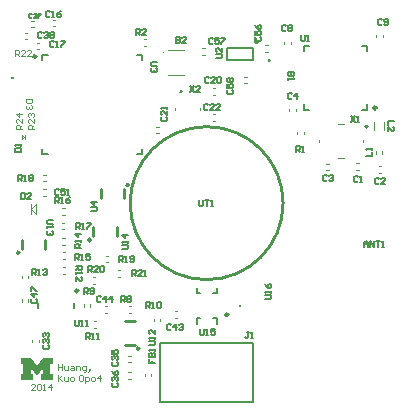
<source format=gto>
%FSLAX24Y24*%
%MOIN*%
G70*
G01*
G75*
G04 Layer_Color=65535*
%ADD10C,0.0177*%
%ADD11C,0.0100*%
%ADD12C,0.0100*%
%ADD13R,0.0551X0.0453*%
%ADD14O,0.0177X0.0532*%
%ADD15R,0.0343X0.0343*%
%ADD16R,0.0157X0.0335*%
%ADD17O,0.0315X0.0079*%
%ADD18O,0.0079X0.0315*%
%ADD19R,0.2598X0.2598*%
%ADD20O,0.0295X0.0079*%
%ADD21R,0.1417X0.1417*%
%ADD22O,0.0079X0.0295*%
%ADD23O,0.0098X0.0276*%
%ADD24O,0.0276X0.0098*%
%ADD25R,0.0118X0.0193*%
%ADD26R,0.0118X0.0205*%
%ADD27R,0.0138X0.0217*%
%ADD28R,0.0157X0.0532*%
%ADD29R,0.0748X0.0630*%
%ADD30R,0.0630X0.0551*%
%ADD31R,0.0335X0.0374*%
%ADD32R,0.0335X0.0118*%
%ADD33R,0.0217X0.0098*%
%ADD34R,0.0197X0.0354*%
%ADD35R,0.0177X0.0177*%
%ADD36R,0.0157X0.0236*%
%ADD37R,0.0138X0.0157*%
%ADD38R,0.0335X0.0157*%
%ADD39R,0.0236X0.0157*%
%ADD40R,0.0354X0.0197*%
%ADD41C,0.0080*%
%ADD42C,0.0200*%
%ADD43C,0.1260*%
%ADD44C,0.0630*%
%ADD45C,0.0260*%
%ADD46C,0.0300*%
%ADD47C,0.0340*%
%ADD48C,0.0500*%
%ADD49C,0.0240*%
%ADD50C,0.0290*%
%ADD51R,0.2362X0.1890*%
%ADD52O,0.0315X0.0157*%
%ADD53R,0.0394X0.0217*%
%ADD54R,0.0512X0.0217*%
%ADD55R,0.0591X0.0236*%
%ADD56R,0.0354X0.0276*%
%ADD57R,0.0197X0.0315*%
%ADD58O,0.0098X0.0315*%
%ADD59O,0.0315X0.0098*%
%ADD60R,0.1299X0.1299*%
%ADD61R,0.0098X0.0138*%
%ADD62R,0.0187X0.0098*%
%ADD63C,0.0150*%
%ADD64C,0.0098*%
%ADD65C,0.0039*%
%ADD66C,0.0079*%
%ADD67C,0.0050*%
%ADD68C,0.0040*%
G36*
X-5129Y-5363D02*
X-5211D01*
Y-5687D01*
X-5129D01*
Y-5902D01*
X-5532D01*
Y-5687D01*
X-5450D01*
Y-5493D01*
X-5653Y-5773D01*
X-5667D01*
X-5867Y-5493D01*
Y-5687D01*
X-5785D01*
Y-5902D01*
X-6188D01*
Y-5687D01*
X-6109D01*
Y-5363D01*
X-6188D01*
Y-5148D01*
X-5868D01*
X-5663Y-5431D01*
X-5653D01*
X-5448Y-5148D01*
X-5129D01*
Y-5363D01*
D02*
G37*
D11*
X5358Y2552D02*
G03*
X5358Y2552I-31J0D01*
G01*
X-2589Y606D02*
G03*
X-2589Y606I-39J0D01*
G01*
X1120Y-3430D02*
G03*
X1120Y-3430I-10J0D01*
G01*
X-845Y3730D02*
G03*
X-845Y3730I-22J0D01*
G01*
X2088Y4754D02*
G03*
X2088Y4754I-14J0D01*
G01*
X-6472Y4167D02*
G03*
X-6472Y4167I-22J0D01*
G01*
X-3866Y-1226D02*
G03*
X-3866Y-1226I-39J0D01*
G01*
X-6242Y-1652D02*
G03*
X-6242Y-1652I-39J0D01*
G01*
X-2245Y-4837D02*
G03*
X-2245Y-4837I-39J0D01*
G01*
X2550Y0D02*
G03*
X2550Y0I-2550J0D01*
G01*
X-2746Y173D02*
Y487D01*
X-3534Y173D02*
Y487D01*
X-3787Y-1107D02*
Y-793D01*
X-2999Y-1107D02*
Y-793D01*
X-6164Y-1533D02*
Y-1218D01*
X-5376Y-1533D02*
Y-1218D01*
X-2717Y-4719D02*
X-2403D01*
X-2717Y-3932D02*
X-2403D01*
D64*
X-4282Y-2918D02*
G03*
X-4282Y-2918I-49J0D01*
G01*
X-5680Y4894D02*
G03*
X-5680Y4894I-49J0D01*
G01*
X5661Y3176D02*
G03*
X5661Y3176I-49J0D01*
G01*
X719Y-3715D02*
G03*
X719Y-3715I-49J0D01*
G01*
X1711Y5393D02*
G03*
X1711Y5393I-49J0D01*
G01*
D65*
X-1418Y5030D02*
G03*
X-1418Y5030I-20J0D01*
G01*
X3742Y2050D02*
Y2110D01*
X4382Y1509D02*
X4578D01*
X4382Y2651D02*
X4578D01*
X5218Y2050D02*
Y2110D01*
X-237Y3091D02*
Y3169D01*
X-1063Y3091D02*
Y3169D01*
X-1276Y4277D02*
X-764D01*
X-1276Y5103D02*
X-764D01*
X-5849Y-357D02*
Y-13D01*
Y-180D02*
X-5681Y-13D01*
Y-357D02*
Y-13D01*
X-5849Y-190D02*
X-5681Y-357D01*
X-6051Y2131D02*
Y2269D01*
X-6149D02*
X-6080Y2200D01*
X-6149Y2131D02*
X-6080Y2200D01*
X-6149Y2131D02*
Y2269D01*
X1961Y5258D02*
X2039D01*
X1961Y5042D02*
X2039D01*
X-2969Y-2242D02*
X-2891D01*
X-2969Y-2458D02*
X-2891D01*
X-3789Y-2462D02*
X-3711D01*
X-3789Y-2678D02*
X-3711D01*
X-3354Y-1968D02*
X-3275D01*
X-3354Y-1752D02*
X-3275D01*
X-5439Y948D02*
X-5361D01*
X-5439Y732D02*
X-5361D01*
X-4819Y-652D02*
X-4741D01*
X-4819Y-868D02*
X-4741D01*
X-4809Y-162D02*
X-4731D01*
X-4809Y-378D02*
X-4731D01*
X-4799Y-1858D02*
X-4721D01*
X-4799Y-1642D02*
X-4721D01*
X-4809Y-1388D02*
X-4731D01*
X-4809Y-1171D02*
X-4731D01*
X-5952Y-2509D02*
Y-2431D01*
X-6168Y-2509D02*
Y-2431D01*
X-4799Y-2142D02*
X-4721D01*
X-4799Y-2358D02*
X-4721D01*
X-3754Y-4158D02*
X-3675D01*
X-3754Y-3942D02*
X-3675D01*
X-1552Y-3932D02*
Y-3853D01*
X-1768Y-3932D02*
Y-3853D01*
X-4098Y-3449D02*
Y-3371D01*
X-3882Y-3449D02*
Y-3371D01*
X-2599Y-3648D02*
X-2521D01*
X-2599Y-3432D02*
X-2521D01*
X-2089Y5458D02*
X-2011D01*
X-2089Y5242D02*
X-2011D01*
X3238Y2291D02*
Y2369D01*
X3022Y2291D02*
Y2369D01*
X5927Y2442D02*
Y2718D01*
X5583Y2442D02*
Y2718D01*
X5642Y1651D02*
Y1729D01*
X5858Y1651D02*
Y1729D01*
X-2068Y-5757D02*
Y-5678D01*
X-1852Y-5757D02*
Y-5678D01*
X-5439Y458D02*
X-5361D01*
X-5439Y242D02*
X-5361D01*
X-6168Y-3282D02*
Y-3203D01*
X-5952Y-3282D02*
Y-3203D01*
X-3399Y-3648D02*
X-3321D01*
X-3399Y-3432D02*
X-3321D01*
X-1069Y-3824D02*
X-991D01*
X-1069Y-3607D02*
X-991D01*
X-6059Y5472D02*
X-5981D01*
X-6059Y5688D02*
X-5981D01*
X-5839Y5872D02*
X-5761D01*
X-5839Y6088D02*
X-5761D01*
X-2609Y-5858D02*
X-2531D01*
X-2609Y-5642D02*
X-2531D01*
X-2609Y-5298D02*
X-2531D01*
X-2609Y-5082D02*
X-2531D01*
X-5602Y-4629D02*
Y-4551D01*
X-5818Y-4629D02*
Y-4551D01*
X201Y2742D02*
X279D01*
X201Y2958D02*
X279D01*
X-1679Y2548D02*
X-1601D01*
X-1679Y2332D02*
X-1601D01*
X201Y3838D02*
X279D01*
X201Y3622D02*
X279D01*
X-5659Y5132D02*
X-5581D01*
X-5659Y5348D02*
X-5581D01*
X-5129Y6108D02*
X-5051D01*
X-5129Y5892D02*
X-5051D01*
X5652Y5531D02*
Y5609D01*
X5868Y5531D02*
Y5609D01*
X2592Y5311D02*
Y5389D01*
X2808Y5311D02*
Y5389D01*
X2978Y3061D02*
Y3139D01*
X2762Y3061D02*
Y3139D01*
X3991Y1308D02*
X4069D01*
X3991Y1092D02*
X4069D01*
X5741Y1012D02*
X5819D01*
X5741Y1228D02*
X5819D01*
X4991Y1112D02*
X5069D01*
X4991Y1328D02*
X5069D01*
X-139Y5158D02*
X-61D01*
X-139Y4942D02*
X-61D01*
X1261Y4002D02*
X1339D01*
X1261Y4218D02*
X1339D01*
D66*
X-5611Y-3479D02*
Y-3341D01*
X-4429Y-3479D02*
Y-3341D01*
X-5473Y4766D02*
Y4953D01*
X-5286D01*
X-2334D02*
X-2147D01*
Y4766D02*
Y4953D01*
Y1627D02*
Y1814D01*
X-2334Y1627D02*
X-2147D01*
X-5473D02*
Y1814D01*
Y1627D02*
X-5286D01*
X5179Y5243D02*
X5356D01*
Y5066D02*
Y5243D01*
X3230D02*
X3407D01*
X3230Y5066D02*
Y5243D01*
Y3117D02*
Y3294D01*
Y3117D02*
X3407D01*
X5179D02*
X5356D01*
Y3294D01*
X335Y-3007D02*
Y-2820D01*
X207Y-3007D02*
X335D01*
X-335D02*
X-207D01*
X-335D02*
Y-2820D01*
Y-4020D02*
Y-3833D01*
X-207D01*
X207D02*
X335D01*
Y-4020D02*
Y-3833D01*
X1553Y4763D02*
Y5157D01*
X687Y4763D02*
Y5157D01*
X1553D01*
X687Y4763D02*
X1553D01*
D67*
X-1555Y-4663D02*
X-1545Y-4653D01*
X1555D01*
X-1555Y-6641D02*
Y-4663D01*
X1555Y-6641D02*
Y-4653D01*
X-1555Y-6641D02*
X1555D01*
X4820Y2900D02*
X4953Y2700D01*
Y2900D02*
X4820Y2700D01*
X5020D02*
X5087D01*
X5053D01*
Y2900D01*
X5020Y2867D01*
X-4400Y-3910D02*
Y-4077D01*
X-4367Y-4110D01*
X-4300D01*
X-4267Y-4077D01*
Y-3910D01*
X-4200Y-4110D02*
X-4133D01*
X-4167D01*
Y-3910D01*
X-4200Y-3943D01*
X-4033Y-4110D02*
X-3967D01*
X-4000D01*
Y-3910D01*
X-4033Y-3943D01*
X-240Y100D02*
Y-67D01*
X-207Y-100D01*
X-140D01*
X-107Y-67D01*
Y100D01*
X-40D02*
X93D01*
X27D01*
Y-100D01*
X160D02*
X227D01*
X193D01*
Y100D01*
X160Y67D01*
X5260Y-1450D02*
Y-1317D01*
X5327Y-1250D01*
X5393Y-1317D01*
Y-1450D01*
Y-1350D01*
X5260D01*
X5460Y-1450D02*
Y-1250D01*
X5593Y-1450D01*
Y-1250D01*
X5660D02*
X5793D01*
X5727D01*
Y-1450D01*
X5860D02*
X5926D01*
X5893D01*
Y-1250D01*
X5860Y-1283D01*
X-3840Y-270D02*
X-3673D01*
X-3640Y-237D01*
Y-170D01*
X-3673Y-137D01*
X-3840D01*
X-3640Y30D02*
X-3840D01*
X-3740Y-70D01*
Y63D01*
X-1650Y4710D02*
X-1817D01*
X-1850Y4677D01*
Y4610D01*
X-1817Y4577D01*
X-1650D01*
X-1683Y4510D02*
X-1650Y4477D01*
Y4410D01*
X-1683Y4377D01*
X-1717D01*
X-1750Y4410D01*
Y4443D01*
Y4410D01*
X-1783Y4377D01*
X-1817D01*
X-1850Y4410D01*
Y4477D01*
X-1817Y4510D01*
X3150Y5620D02*
Y5453D01*
X3183Y5420D01*
X3250D01*
X3283Y5453D01*
Y5620D01*
X3350Y5420D02*
X3417D01*
X3383D01*
Y5620D01*
X3350Y5587D01*
X-220Y-4190D02*
Y-4357D01*
X-187Y-4390D01*
X-120D01*
X-87Y-4357D01*
Y-4190D01*
X-20Y-4390D02*
X47D01*
X13D01*
Y-4190D01*
X-20Y-4223D01*
X280Y-4190D02*
X147D01*
Y-4290D01*
X213Y-4257D01*
X247D01*
X280Y-4290D01*
Y-4357D01*
X247Y-4390D01*
X180D01*
X147Y-4357D01*
X1960Y-3200D02*
X2127D01*
X2160Y-3167D01*
Y-3100D01*
X2127Y-3067D01*
X1960D01*
X2160Y-3000D02*
Y-2933D01*
Y-2967D01*
X1960D01*
X1993Y-3000D01*
X1960Y-2700D02*
X1993Y-2767D01*
X2060Y-2833D01*
X2127D01*
X2160Y-2800D01*
Y-2733D01*
X2127Y-2700D01*
X2093D01*
X2060Y-2733D01*
Y-2833D01*
X320Y4830D02*
X487D01*
X520Y4863D01*
Y4930D01*
X487Y4963D01*
X320D01*
X520Y5163D02*
Y5030D01*
X387Y5163D01*
X353D01*
X320Y5130D01*
Y5063D01*
X353Y5030D01*
X1423Y-4300D02*
X1357D01*
X1390D01*
Y-4467D01*
X1357Y-4500D01*
X1323D01*
X1290Y-4467D01*
X1490Y-4500D02*
X1557D01*
X1523D01*
Y-4300D01*
X1490Y-4333D01*
X-550Y3890D02*
X-417Y3690D01*
Y3890D02*
X-550Y3690D01*
X-217D02*
X-350D01*
X-217Y3823D01*
Y3857D01*
X-250Y3890D01*
X-317D01*
X-350Y3857D01*
X-1020Y5550D02*
Y5350D01*
X-920D01*
X-887Y5383D01*
Y5417D01*
X-920Y5450D01*
X-1020D01*
X-920D01*
X-887Y5483D01*
Y5517D01*
X-920Y5550D01*
X-1020D01*
X-687Y5350D02*
X-820D01*
X-687Y5483D01*
Y5517D01*
X-720Y5550D01*
X-787D01*
X-820Y5517D01*
X2910Y4370D02*
X2710D01*
Y4270D01*
X2743Y4237D01*
X2777D01*
X2810Y4270D01*
Y4370D01*
Y4270D01*
X2843Y4237D01*
X2877D01*
X2910Y4270D01*
Y4370D01*
X2710Y4170D02*
Y4103D01*
Y4137D01*
X2910D01*
X2877Y4170D01*
X-6200Y340D02*
Y140D01*
X-6100D01*
X-6067Y173D01*
Y307D01*
X-6100Y340D01*
X-6200D01*
X-5867Y140D02*
X-6000D01*
X-5867Y273D01*
Y307D01*
X-5900Y340D01*
X-5967D01*
X-6000Y307D01*
X-6400Y1720D02*
X-6200D01*
Y1820D01*
X-6233Y1853D01*
X-6367D01*
X-6400Y1820D01*
Y1720D01*
X-6200Y1920D02*
Y1987D01*
Y1953D01*
X-6400D01*
X-6367Y1920D01*
X1633Y5533D02*
X1600Y5500D01*
Y5433D01*
X1633Y5400D01*
X1767D01*
X1800Y5433D01*
Y5500D01*
X1767Y5533D01*
X1600Y5733D02*
Y5600D01*
X1700D01*
X1667Y5667D01*
Y5700D01*
X1700Y5733D01*
X1767D01*
X1800Y5700D01*
Y5633D01*
X1767Y5600D01*
X1600Y5933D02*
X1633Y5867D01*
X1700Y5800D01*
X1767D01*
X1800Y5833D01*
Y5900D01*
X1767Y5933D01*
X1733D01*
X1700Y5900D01*
Y5800D01*
X-2820Y-1520D02*
X-2653D01*
X-2620Y-1487D01*
Y-1420D01*
X-2653Y-1387D01*
X-2820D01*
X-2620Y-1320D02*
Y-1253D01*
Y-1287D01*
X-2820D01*
X-2787Y-1320D01*
X-2620Y-1053D02*
X-2820D01*
X-2720Y-1153D01*
Y-1020D01*
X-5130Y-570D02*
X-5297D01*
X-5330Y-603D01*
Y-670D01*
X-5297Y-703D01*
X-5130D01*
X-5330Y-770D02*
Y-837D01*
Y-803D01*
X-5130D01*
X-5163Y-770D01*
Y-937D02*
X-5130Y-970D01*
Y-1037D01*
X-5163Y-1070D01*
X-5197D01*
X-5230Y-1037D01*
Y-1003D01*
Y-1037D01*
X-5263Y-1070D01*
X-5297D01*
X-5330Y-1037D01*
Y-970D01*
X-5297Y-937D01*
X-1920Y-4720D02*
X-1753D01*
X-1720Y-4687D01*
Y-4620D01*
X-1753Y-4587D01*
X-1920D01*
X-1720Y-4520D02*
Y-4453D01*
Y-4487D01*
X-1920D01*
X-1887Y-4520D01*
X-1720Y-4220D02*
Y-4353D01*
X-1853Y-4220D01*
X-1887D01*
X-1920Y-4253D01*
Y-4320D01*
X-1887Y-4353D01*
X-2480Y-2430D02*
Y-2230D01*
X-2380D01*
X-2347Y-2263D01*
Y-2330D01*
X-2380Y-2363D01*
X-2480D01*
X-2413D02*
X-2347Y-2430D01*
X-2147D02*
X-2280D01*
X-2147Y-2297D01*
Y-2263D01*
X-2180Y-2230D01*
X-2247D01*
X-2280Y-2263D01*
X-2080Y-2430D02*
X-2013D01*
X-2047D01*
Y-2230D01*
X-2080Y-2263D01*
X-3970Y-2300D02*
Y-2100D01*
X-3870D01*
X-3837Y-2133D01*
Y-2200D01*
X-3870Y-2233D01*
X-3970D01*
X-3903D02*
X-3837Y-2300D01*
X-3637D02*
X-3770D01*
X-3637Y-2167D01*
Y-2133D01*
X-3670Y-2100D01*
X-3737D01*
X-3770Y-2133D01*
X-3570D02*
X-3537Y-2100D01*
X-3470D01*
X-3437Y-2133D01*
Y-2267D01*
X-3470Y-2300D01*
X-3537D01*
X-3570Y-2267D01*
Y-2133D01*
X-2910Y-1960D02*
Y-1760D01*
X-2810D01*
X-2777Y-1793D01*
Y-1860D01*
X-2810Y-1893D01*
X-2910D01*
X-2843D02*
X-2777Y-1960D01*
X-2710D02*
X-2643D01*
X-2677D01*
Y-1760D01*
X-2710Y-1793D01*
X-2543Y-1927D02*
X-2510Y-1960D01*
X-2443D01*
X-2410Y-1927D01*
Y-1793D01*
X-2443Y-1760D01*
X-2510D01*
X-2543Y-1793D01*
Y-1827D01*
X-2510Y-1860D01*
X-2410D01*
X-6280Y730D02*
Y930D01*
X-6180D01*
X-6147Y897D01*
Y830D01*
X-6180Y797D01*
X-6280D01*
X-6213D02*
X-6147Y730D01*
X-6080D02*
X-6013D01*
X-6047D01*
Y930D01*
X-6080Y897D01*
X-5913D02*
X-5880Y930D01*
X-5813D01*
X-5780Y897D01*
Y863D01*
X-5813Y830D01*
X-5780Y797D01*
Y763D01*
X-5813Y730D01*
X-5880D01*
X-5913Y763D01*
Y797D01*
X-5880Y830D01*
X-5913Y863D01*
Y897D01*
X-5880Y830D02*
X-5813D01*
X-4370Y-850D02*
Y-650D01*
X-4270D01*
X-4237Y-683D01*
Y-750D01*
X-4270Y-783D01*
X-4370D01*
X-4303D02*
X-4237Y-850D01*
X-4170D02*
X-4103D01*
X-4137D01*
Y-650D01*
X-4170Y-683D01*
X-4003Y-650D02*
X-3870D01*
Y-683D01*
X-4003Y-817D01*
Y-850D01*
X-5070Y-10D02*
Y190D01*
X-4970D01*
X-4937Y157D01*
Y90D01*
X-4970Y57D01*
X-5070D01*
X-5003D02*
X-4937Y-10D01*
X-4870D02*
X-4803D01*
X-4837D01*
Y190D01*
X-4870Y157D01*
X-4570Y190D02*
X-4637Y157D01*
X-4703Y90D01*
Y23D01*
X-4670Y-10D01*
X-4603D01*
X-4570Y23D01*
Y57D01*
X-4603Y90D01*
X-4703D01*
X-4380Y-1880D02*
Y-1680D01*
X-4280D01*
X-4247Y-1713D01*
Y-1780D01*
X-4280Y-1813D01*
X-4380D01*
X-4313D02*
X-4247Y-1880D01*
X-4180D02*
X-4113D01*
X-4147D01*
Y-1680D01*
X-4180Y-1713D01*
X-3880Y-1680D02*
X-4013D01*
Y-1780D01*
X-3947Y-1747D01*
X-3913D01*
X-3880Y-1780D01*
Y-1847D01*
X-3913Y-1880D01*
X-3980D01*
X-4013Y-1847D01*
X-4180Y-1480D02*
X-4380D01*
Y-1380D01*
X-4347Y-1347D01*
X-4280D01*
X-4247Y-1380D01*
Y-1480D01*
Y-1413D02*
X-4180Y-1347D01*
Y-1280D02*
Y-1213D01*
Y-1247D01*
X-4380D01*
X-4347Y-1280D01*
X-4180Y-1013D02*
X-4380D01*
X-4280Y-1113D01*
Y-980D01*
X-5820Y-2380D02*
Y-2180D01*
X-5720D01*
X-5687Y-2213D01*
Y-2280D01*
X-5720Y-2313D01*
X-5820D01*
X-5753D02*
X-5687Y-2380D01*
X-5620D02*
X-5553D01*
X-5587D01*
Y-2180D01*
X-5620Y-2213D01*
X-5453D02*
X-5420Y-2180D01*
X-5353D01*
X-5320Y-2213D01*
Y-2247D01*
X-5353Y-2280D01*
X-5387D01*
X-5353D01*
X-5320Y-2313D01*
Y-2347D01*
X-5353Y-2380D01*
X-5420D01*
X-5453Y-2347D01*
X-4350Y-2100D02*
X-4150D01*
Y-2200D01*
X-4183Y-2233D01*
X-4250D01*
X-4283Y-2200D01*
Y-2100D01*
Y-2167D02*
X-4350Y-2233D01*
Y-2300D02*
Y-2367D01*
Y-2333D01*
X-4150D01*
X-4183Y-2300D01*
X-4350Y-2600D02*
Y-2467D01*
X-4217Y-2600D01*
X-4183D01*
X-4150Y-2567D01*
Y-2500D01*
X-4183Y-2467D01*
X-4014Y-4520D02*
Y-4320D01*
X-3914D01*
X-3881Y-4353D01*
Y-4420D01*
X-3914Y-4453D01*
X-4014D01*
X-3948D02*
X-3881Y-4520D01*
X-3814D02*
X-3748D01*
X-3781D01*
Y-4320D01*
X-3814Y-4353D01*
X-3648Y-4520D02*
X-3581D01*
X-3614D01*
Y-4320D01*
X-3648Y-4353D01*
X-2010Y-3490D02*
Y-3290D01*
X-1910D01*
X-1877Y-3323D01*
Y-3390D01*
X-1910Y-3423D01*
X-2010D01*
X-1943D02*
X-1877Y-3490D01*
X-1810D02*
X-1743D01*
X-1777D01*
Y-3290D01*
X-1810Y-3323D01*
X-1643D02*
X-1610Y-3290D01*
X-1543D01*
X-1510Y-3323D01*
Y-3457D01*
X-1543Y-3490D01*
X-1610D01*
X-1643Y-3457D01*
Y-3323D01*
X-4100Y-3030D02*
Y-2830D01*
X-4000D01*
X-3967Y-2863D01*
Y-2930D01*
X-4000Y-2963D01*
X-4100D01*
X-4033D02*
X-3967Y-3030D01*
X-3900Y-2997D02*
X-3867Y-3030D01*
X-3800D01*
X-3767Y-2997D01*
Y-2863D01*
X-3800Y-2830D01*
X-3867D01*
X-3900Y-2863D01*
Y-2897D01*
X-3867Y-2930D01*
X-3767D01*
X-2860Y-3280D02*
Y-3080D01*
X-2760D01*
X-2727Y-3113D01*
Y-3180D01*
X-2760Y-3213D01*
X-2860D01*
X-2793D02*
X-2727Y-3280D01*
X-2660Y-3113D02*
X-2627Y-3080D01*
X-2560D01*
X-2527Y-3113D01*
Y-3147D01*
X-2560Y-3180D01*
X-2527Y-3213D01*
Y-3247D01*
X-2560Y-3280D01*
X-2627D01*
X-2660Y-3247D01*
Y-3213D01*
X-2627Y-3180D01*
X-2660Y-3147D01*
Y-3113D01*
X-2627Y-3180D02*
X-2560D01*
X-2340Y5610D02*
Y5810D01*
X-2240D01*
X-2207Y5777D01*
Y5710D01*
X-2240Y5677D01*
X-2340D01*
X-2273D02*
X-2207Y5610D01*
X-2007D02*
X-2140D01*
X-2007Y5743D01*
Y5777D01*
X-2040Y5810D01*
X-2107D01*
X-2140Y5777D01*
X2980Y1720D02*
Y1920D01*
X3080D01*
X3113Y1887D01*
Y1820D01*
X3080Y1787D01*
X2980D01*
X3047D02*
X3113Y1720D01*
X3180D02*
X3247D01*
X3213D01*
Y1920D01*
X3180Y1887D01*
X6260Y2750D02*
X6060D01*
Y2617D01*
Y2417D02*
Y2550D01*
X6193Y2417D01*
X6227D01*
X6260Y2450D01*
Y2517D01*
X6227Y2550D01*
X5320Y1560D02*
X5520D01*
Y1693D01*
Y1760D02*
Y1827D01*
Y1793D01*
X5320D01*
X5353Y1760D01*
X-1930Y-5207D02*
Y-5340D01*
X-1830D01*
Y-5273D01*
Y-5340D01*
X-1730D01*
X-1930Y-5140D02*
X-1730D01*
Y-5040D01*
X-1763Y-5007D01*
X-1797D01*
X-1830Y-5040D01*
Y-5140D01*
Y-5040D01*
X-1863Y-5007D01*
X-1897D01*
X-1930Y-5040D01*
Y-5140D01*
X-1730Y-4940D02*
Y-4873D01*
Y-4907D01*
X-1930D01*
X-1897Y-4940D01*
X-4907Y437D02*
X-4940Y470D01*
X-5007D01*
X-5040Y437D01*
Y303D01*
X-5007Y270D01*
X-4940D01*
X-4907Y303D01*
X-4707Y470D02*
X-4840D01*
Y370D01*
X-4773Y403D01*
X-4740D01*
X-4707Y370D01*
Y303D01*
X-4740Y270D01*
X-4807D01*
X-4840Y303D01*
X-4640Y270D02*
X-4573D01*
X-4607D01*
Y470D01*
X-4640Y437D01*
X-5827Y-3197D02*
X-5860Y-3230D01*
Y-3297D01*
X-5827Y-3330D01*
X-5693D01*
X-5660Y-3297D01*
Y-3230D01*
X-5693Y-3197D01*
X-5660Y-3030D02*
X-5860D01*
X-5760Y-3130D01*
Y-2997D01*
X-5860Y-2930D02*
Y-2797D01*
X-5827D01*
X-5693Y-2930D01*
X-5660D01*
X-3527Y-3113D02*
X-3560Y-3080D01*
X-3627D01*
X-3660Y-3113D01*
Y-3247D01*
X-3627Y-3280D01*
X-3560D01*
X-3527Y-3247D01*
X-3360Y-3280D02*
Y-3080D01*
X-3460Y-3180D01*
X-3327D01*
X-3160Y-3280D02*
Y-3080D01*
X-3260Y-3180D01*
X-3127D01*
X-1197Y-4053D02*
X-1230Y-4020D01*
X-1297D01*
X-1330Y-4053D01*
Y-4187D01*
X-1297Y-4220D01*
X-1230D01*
X-1197Y-4187D01*
X-1030Y-4220D02*
Y-4020D01*
X-1130Y-4120D01*
X-997D01*
X-930Y-4053D02*
X-897Y-4020D01*
X-830D01*
X-797Y-4053D01*
Y-4087D01*
X-830Y-4120D01*
X-863D01*
X-830D01*
X-797Y-4153D01*
Y-4187D01*
X-830Y-4220D01*
X-897D01*
X-930Y-4187D01*
X-5497Y5657D02*
X-5530Y5690D01*
X-5597D01*
X-5630Y5657D01*
Y5523D01*
X-5597Y5490D01*
X-5530D01*
X-5497Y5523D01*
X-5430Y5657D02*
X-5397Y5690D01*
X-5330D01*
X-5297Y5657D01*
Y5623D01*
X-5330Y5590D01*
X-5363D01*
X-5330D01*
X-5297Y5557D01*
Y5523D01*
X-5330Y5490D01*
X-5397D01*
X-5430Y5523D01*
X-5230Y5657D02*
X-5197Y5690D01*
X-5130D01*
X-5097Y5657D01*
Y5623D01*
X-5130Y5590D01*
X-5097Y5557D01*
Y5523D01*
X-5130Y5490D01*
X-5197D01*
X-5230Y5523D01*
Y5557D01*
X-5197Y5590D01*
X-5230Y5623D01*
Y5657D01*
X-5197Y5590D02*
X-5130D01*
X-5820Y6295D02*
X-5845Y6320D01*
X-5895D01*
X-5920Y6295D01*
Y6195D01*
X-5895Y6170D01*
X-5845D01*
X-5820Y6195D01*
X-5770Y6295D02*
X-5745Y6320D01*
X-5695D01*
X-5670Y6295D01*
Y6270D01*
X-5695Y6245D01*
X-5720D01*
X-5695D01*
X-5670Y6220D01*
Y6195D01*
X-5695Y6170D01*
X-5745D01*
X-5770Y6195D01*
X-5620Y6320D02*
X-5520D01*
Y6295D01*
X-5620Y6195D01*
Y6170D01*
X-3117Y-5987D02*
X-3150Y-6020D01*
Y-6087D01*
X-3117Y-6120D01*
X-2983D01*
X-2950Y-6087D01*
Y-6020D01*
X-2983Y-5987D01*
X-3117Y-5920D02*
X-3150Y-5887D01*
Y-5820D01*
X-3117Y-5787D01*
X-3083D01*
X-3050Y-5820D01*
Y-5853D01*
Y-5820D01*
X-3017Y-5787D01*
X-2983D01*
X-2950Y-5820D01*
Y-5887D01*
X-2983Y-5920D01*
X-3150Y-5587D02*
X-3117Y-5653D01*
X-3050Y-5720D01*
X-2983D01*
X-2950Y-5687D01*
Y-5620D01*
X-2983Y-5587D01*
X-3017D01*
X-3050Y-5620D01*
Y-5720D01*
X-3127Y-5307D02*
X-3160Y-5340D01*
Y-5407D01*
X-3127Y-5440D01*
X-2993D01*
X-2960Y-5407D01*
Y-5340D01*
X-2993Y-5307D01*
X-3127Y-5240D02*
X-3160Y-5207D01*
Y-5140D01*
X-3127Y-5107D01*
X-3093D01*
X-3060Y-5140D01*
Y-5173D01*
Y-5140D01*
X-3027Y-5107D01*
X-2993D01*
X-2960Y-5140D01*
Y-5207D01*
X-2993Y-5240D01*
X-3160Y-4907D02*
Y-5040D01*
X-3060D01*
X-3093Y-4973D01*
Y-4940D01*
X-3060Y-4907D01*
X-2993D01*
X-2960Y-4940D01*
Y-5007D01*
X-2993Y-5040D01*
X-5407Y-4727D02*
X-5440Y-4760D01*
Y-4827D01*
X-5407Y-4860D01*
X-5273D01*
X-5240Y-4827D01*
Y-4760D01*
X-5273Y-4727D01*
X-5407Y-4660D02*
X-5440Y-4627D01*
Y-4560D01*
X-5407Y-4527D01*
X-5373D01*
X-5340Y-4560D01*
Y-4593D01*
Y-4560D01*
X-5307Y-4527D01*
X-5273D01*
X-5240Y-4560D01*
Y-4627D01*
X-5273Y-4660D01*
X-5407Y-4460D02*
X-5440Y-4427D01*
Y-4360D01*
X-5407Y-4327D01*
X-5373D01*
X-5340Y-4360D01*
Y-4393D01*
Y-4360D01*
X-5307Y-4327D01*
X-5273D01*
X-5240Y-4360D01*
Y-4427D01*
X-5273Y-4460D01*
X53Y3277D02*
X20Y3310D01*
X-47D01*
X-80Y3277D01*
Y3143D01*
X-47Y3110D01*
X20D01*
X53Y3143D01*
X253Y3110D02*
X120D01*
X253Y3243D01*
Y3277D01*
X220Y3310D01*
X153D01*
X120Y3277D01*
X453Y3110D02*
X320D01*
X453Y3243D01*
Y3277D01*
X420Y3310D01*
X353D01*
X320Y3277D01*
X-1497Y2873D02*
X-1530Y2840D01*
Y2773D01*
X-1497Y2740D01*
X-1363D01*
X-1330Y2773D01*
Y2840D01*
X-1363Y2873D01*
X-1330Y3073D02*
Y2940D01*
X-1463Y3073D01*
X-1497D01*
X-1530Y3040D01*
Y2973D01*
X-1497Y2940D01*
X-1330Y3140D02*
Y3207D01*
Y3173D01*
X-1530D01*
X-1497Y3140D01*
X73Y4157D02*
X40Y4190D01*
X-27D01*
X-60Y4157D01*
Y4023D01*
X-27Y3990D01*
X40D01*
X73Y4023D01*
X273Y3990D02*
X140D01*
X273Y4123D01*
Y4157D01*
X240Y4190D01*
X173D01*
X140Y4157D01*
X340D02*
X373Y4190D01*
X440D01*
X473Y4157D01*
Y4023D01*
X440Y3990D01*
X373D01*
X340Y4023D01*
Y4157D01*
X-5097Y5357D02*
X-5130Y5390D01*
X-5197D01*
X-5230Y5357D01*
Y5223D01*
X-5197Y5190D01*
X-5130D01*
X-5097Y5223D01*
X-5030Y5190D02*
X-4963D01*
X-4997D01*
Y5390D01*
X-5030Y5357D01*
X-4863Y5390D02*
X-4730D01*
Y5357D01*
X-4863Y5223D01*
Y5190D01*
X-5237Y6387D02*
X-5270Y6420D01*
X-5337D01*
X-5370Y6387D01*
Y6253D01*
X-5337Y6220D01*
X-5270D01*
X-5237Y6253D01*
X-5170Y6220D02*
X-5103D01*
X-5137D01*
Y6420D01*
X-5170Y6387D01*
X-4870Y6420D02*
X-4937Y6387D01*
X-5003Y6320D01*
Y6253D01*
X-4970Y6220D01*
X-4903D01*
X-4870Y6253D01*
Y6287D01*
X-4903Y6320D01*
X-5003D01*
X5853Y6093D02*
X5820Y6126D01*
X5753D01*
X5720Y6093D01*
Y5959D01*
X5753Y5926D01*
X5820D01*
X5853Y5959D01*
X5920D02*
X5953Y5926D01*
X6020D01*
X6053Y5959D01*
Y6093D01*
X6020Y6126D01*
X5953D01*
X5920Y6093D01*
Y6059D01*
X5953Y6026D01*
X6053D01*
X2653Y5907D02*
X2620Y5940D01*
X2553D01*
X2520Y5907D01*
Y5773D01*
X2553Y5740D01*
X2620D01*
X2653Y5773D01*
X2720Y5907D02*
X2753Y5940D01*
X2820D01*
X2853Y5907D01*
Y5873D01*
X2820Y5840D01*
X2853Y5807D01*
Y5773D01*
X2820Y5740D01*
X2753D01*
X2720Y5773D01*
Y5807D01*
X2753Y5840D01*
X2720Y5873D01*
Y5907D01*
X2753Y5840D02*
X2820D01*
X2833Y3647D02*
X2800Y3680D01*
X2733D01*
X2700Y3647D01*
Y3513D01*
X2733Y3480D01*
X2800D01*
X2833Y3513D01*
X3000Y3480D02*
Y3680D01*
X2900Y3580D01*
X3033D01*
X4003Y897D02*
X3970Y930D01*
X3903D01*
X3870Y897D01*
Y763D01*
X3903Y730D01*
X3970D01*
X4003Y763D01*
X4070Y897D02*
X4103Y930D01*
X4170D01*
X4203Y897D01*
Y863D01*
X4170Y830D01*
X4137D01*
X4170D01*
X4203Y797D01*
Y763D01*
X4170Y730D01*
X4103D01*
X4070Y763D01*
X5753Y817D02*
X5720Y850D01*
X5653D01*
X5620Y817D01*
Y683D01*
X5653Y650D01*
X5720D01*
X5753Y683D01*
X5953Y650D02*
X5820D01*
X5953Y783D01*
Y817D01*
X5920Y850D01*
X5853D01*
X5820Y817D01*
X5053Y887D02*
X5020Y920D01*
X4953D01*
X4920Y887D01*
Y753D01*
X4953Y720D01*
X5020D01*
X5053Y753D01*
X5120Y720D02*
X5187D01*
X5153D01*
Y920D01*
X5120Y887D01*
X203Y5477D02*
X170Y5510D01*
X103D01*
X70Y5477D01*
Y5343D01*
X103Y5310D01*
X170D01*
X203Y5343D01*
X403Y5510D02*
X270D01*
Y5410D01*
X337Y5443D01*
X370D01*
X403Y5410D01*
Y5343D01*
X370Y5310D01*
X303D01*
X270Y5343D01*
X470Y5510D02*
X603D01*
Y5477D01*
X470Y5343D01*
Y5310D01*
X713Y3783D02*
X680Y3750D01*
Y3683D01*
X713Y3650D01*
X847D01*
X880Y3683D01*
Y3750D01*
X847Y3783D01*
X680Y3983D02*
Y3850D01*
X780D01*
X747Y3917D01*
Y3950D01*
X780Y3983D01*
X847D01*
X880Y3950D01*
Y3883D01*
X847Y3850D01*
X713Y4050D02*
X680Y4083D01*
Y4150D01*
X713Y4183D01*
X747D01*
X780Y4150D01*
X813Y4183D01*
X847D01*
X880Y4150D01*
Y4083D01*
X847Y4050D01*
X813D01*
X780Y4083D01*
X747Y4050D01*
X713D01*
X780Y4083D02*
Y4150D01*
D68*
X-5820Y3480D02*
X-6020D01*
Y3380D01*
X-5987Y3347D01*
X-5853D01*
X-5820Y3380D01*
Y3480D01*
X-5853Y3280D02*
X-5820Y3247D01*
Y3180D01*
X-5853Y3147D01*
X-5887D01*
X-5920Y3180D01*
Y3213D01*
Y3180D01*
X-5953Y3147D01*
X-5987D01*
X-6020Y3180D01*
Y3247D01*
X-5987Y3280D01*
X-6388Y4897D02*
Y5096D01*
X-6288D01*
X-6255Y5063D01*
Y4997D01*
X-6288Y4963D01*
X-6388D01*
X-6321D02*
X-6255Y4897D01*
X-6055D02*
X-6188D01*
X-6055Y5030D01*
Y5063D01*
X-6088Y5096D01*
X-6155D01*
X-6188Y5063D01*
X-5855Y4897D02*
X-5988D01*
X-5855Y5030D01*
Y5063D01*
X-5888Y5096D01*
X-5955D01*
X-5988Y5063D01*
X-6160Y2480D02*
X-6360D01*
Y2580D01*
X-6327Y2613D01*
X-6260D01*
X-6227Y2580D01*
Y2480D01*
Y2547D02*
X-6160Y2613D01*
Y2813D02*
Y2680D01*
X-6293Y2813D01*
X-6327D01*
X-6360Y2780D01*
Y2713D01*
X-6327Y2680D01*
X-6160Y2980D02*
X-6360D01*
X-6260Y2880D01*
Y3013D01*
X-5740Y2480D02*
X-5940D01*
Y2580D01*
X-5907Y2613D01*
X-5840D01*
X-5807Y2580D01*
Y2480D01*
Y2547D02*
X-5740Y2613D01*
Y2813D02*
Y2680D01*
X-5873Y2813D01*
X-5907D01*
X-5940Y2780D01*
Y2713D01*
X-5907Y2680D01*
Y2880D02*
X-5940Y2913D01*
Y2980D01*
X-5907Y3013D01*
X-5873D01*
X-5840Y2980D01*
Y2947D01*
Y2980D01*
X-5807Y3013D01*
X-5773D01*
X-5740Y2980D01*
Y2913D01*
X-5773Y2880D01*
X-4160Y-5720D02*
X-4227D01*
X-4260Y-5753D01*
Y-5887D01*
X-4227Y-5920D01*
X-4160D01*
X-4127Y-5887D01*
Y-5753D01*
X-4160Y-5720D01*
X-4060Y-5987D02*
Y-5787D01*
X-3960D01*
X-3927Y-5820D01*
Y-5887D01*
X-3960Y-5920D01*
X-4060D01*
X-3827D02*
X-3760D01*
X-3727Y-5887D01*
Y-5820D01*
X-3760Y-5787D01*
X-3827D01*
X-3860Y-5820D01*
Y-5887D01*
X-3827Y-5920D01*
X-3560D02*
Y-5720D01*
X-3660Y-5820D01*
X-3527D01*
X-4950Y-5370D02*
Y-5570D01*
Y-5470D01*
X-4817D01*
Y-5370D01*
Y-5570D01*
X-4750Y-5437D02*
Y-5537D01*
X-4717Y-5570D01*
X-4617D01*
Y-5437D01*
X-4517D02*
X-4450D01*
X-4417Y-5470D01*
Y-5570D01*
X-4517D01*
X-4550Y-5537D01*
X-4517Y-5503D01*
X-4417D01*
X-4350Y-5570D02*
Y-5437D01*
X-4250D01*
X-4217Y-5470D01*
Y-5570D01*
X-4084Y-5637D02*
X-4050D01*
X-4017Y-5603D01*
Y-5437D01*
X-4117D01*
X-4150Y-5470D01*
Y-5537D01*
X-4117Y-5570D01*
X-4017D01*
X-3917Y-5603D02*
X-3884Y-5570D01*
Y-5537D01*
X-3917D01*
Y-5570D01*
X-3884D01*
X-3917Y-5603D01*
X-3950Y-5637D01*
X-4960Y-5720D02*
Y-5920D01*
Y-5853D01*
X-4827Y-5720D01*
X-4927Y-5820D01*
X-4827Y-5920D01*
X-4760Y-5787D02*
Y-5887D01*
X-4727Y-5920D01*
X-4627D01*
Y-5787D01*
X-4527Y-5920D02*
X-4460D01*
X-4427Y-5887D01*
Y-5820D01*
X-4460Y-5787D01*
X-4527D01*
X-4560Y-5820D01*
Y-5887D01*
X-4527Y-5920D01*
X-5737Y-6220D02*
X-5870D01*
X-5737Y-6087D01*
Y-6053D01*
X-5770Y-6020D01*
X-5837D01*
X-5870Y-6053D01*
X-5670D02*
X-5637Y-6020D01*
X-5570D01*
X-5537Y-6053D01*
Y-6187D01*
X-5570Y-6220D01*
X-5637D01*
X-5670Y-6187D01*
Y-6053D01*
X-5470Y-6220D02*
X-5403D01*
X-5437D01*
Y-6020D01*
X-5470Y-6053D01*
X-5204Y-6220D02*
Y-6020D01*
X-5304Y-6120D01*
X-5170D01*
M02*

</source>
